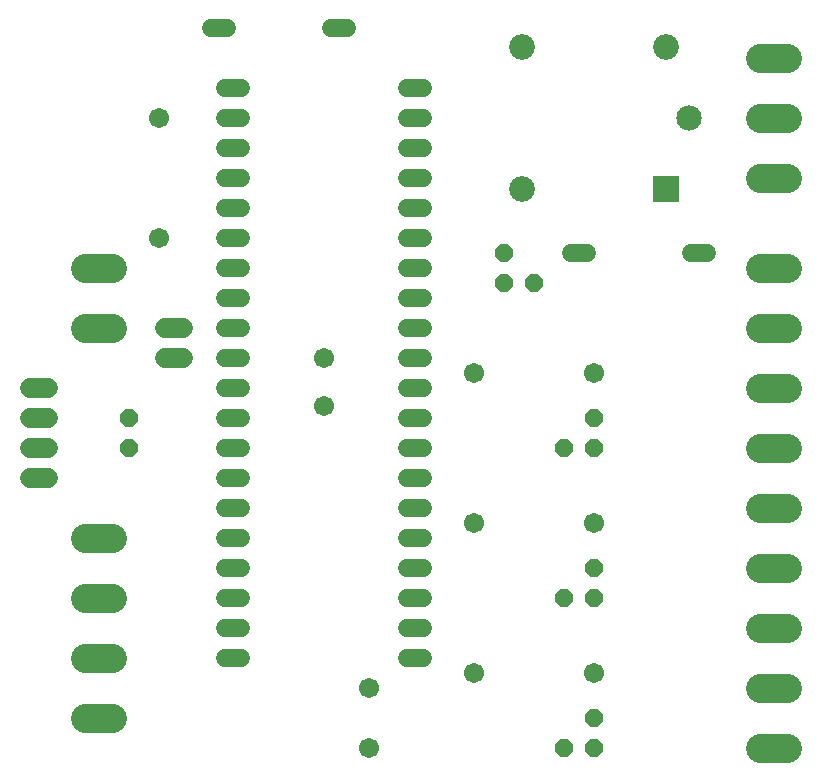
<source format=gbr>
G04 EAGLE Gerber RS-274X export*
G75*
%MOMM*%
%FSLAX34Y34*%
%LPD*%
%INSoldermask Bottom*%
%IPPOS*%
%AMOC8*
5,1,8,0,0,1.08239X$1,22.5*%
G01*
%ADD10C,1.561200*%
%ADD11C,2.489200*%
%ADD12C,1.727200*%
%ADD13R,2.183200X2.183200*%
%ADD14C,2.138200*%
%ADD15C,2.183200*%
%ADD16C,1.524000*%
%ADD17P,1.649562X8X292.500000*%
%ADD18P,1.649562X8X22.500000*%
%ADD19P,1.649562X8X112.500000*%
%ADD20C,1.703200*%


D10*
X220835Y609600D02*
X234415Y609600D01*
X234415Y584200D02*
X220835Y584200D01*
X220835Y558800D02*
X234415Y558800D01*
X234415Y533400D02*
X220835Y533400D01*
X220835Y508000D02*
X234415Y508000D01*
X234415Y482600D02*
X220835Y482600D01*
X220835Y457200D02*
X234415Y457200D01*
X234415Y431800D02*
X220835Y431800D01*
X220835Y406400D02*
X234415Y406400D01*
X234415Y381000D02*
X220835Y381000D01*
X220835Y355600D02*
X234415Y355600D01*
X234415Y330200D02*
X220835Y330200D01*
X220835Y304800D02*
X234415Y304800D01*
X234415Y279400D02*
X220835Y279400D01*
X220835Y254000D02*
X234415Y254000D01*
X234415Y228600D02*
X220835Y228600D01*
X220835Y203200D02*
X234415Y203200D01*
X234415Y177800D02*
X220835Y177800D01*
X220835Y152400D02*
X234415Y152400D01*
X234415Y127000D02*
X220835Y127000D01*
X375185Y127000D02*
X388765Y127000D01*
X388765Y152400D02*
X375185Y152400D01*
X375185Y177800D02*
X388765Y177800D01*
X388765Y203200D02*
X375185Y203200D01*
X375185Y228600D02*
X388765Y228600D01*
X388765Y254000D02*
X375185Y254000D01*
X375185Y279400D02*
X388765Y279400D01*
X388765Y304800D02*
X375185Y304800D01*
X375185Y330200D02*
X388765Y330200D01*
X388765Y355600D02*
X375185Y355600D01*
X375185Y381000D02*
X388765Y381000D01*
X388765Y406400D02*
X375185Y406400D01*
X375185Y431800D02*
X388765Y431800D01*
X388765Y457200D02*
X375185Y457200D01*
X375185Y482600D02*
X388765Y482600D01*
X388765Y508000D02*
X375185Y508000D01*
X375185Y533400D02*
X388765Y533400D01*
X388765Y558800D02*
X375185Y558800D01*
X375185Y584200D02*
X388765Y584200D01*
X388765Y609600D02*
X375185Y609600D01*
D11*
X674370Y457200D02*
X697230Y457200D01*
X697230Y406400D02*
X674370Y406400D01*
X674370Y355600D02*
X697230Y355600D01*
X697230Y635000D02*
X674370Y635000D01*
X674370Y584200D02*
X697230Y584200D01*
X697230Y533400D02*
X674370Y533400D01*
X125730Y76200D02*
X102870Y76200D01*
X102870Y127000D02*
X125730Y127000D01*
X125730Y177800D02*
X102870Y177800D01*
X102870Y228600D02*
X125730Y228600D01*
D12*
X71120Y355600D02*
X55880Y355600D01*
X55880Y330200D02*
X71120Y330200D01*
X71120Y304800D02*
X55880Y304800D01*
X55880Y279400D02*
X71120Y279400D01*
D13*
X594400Y524200D03*
D14*
X614400Y584200D03*
D15*
X594400Y644200D03*
X472400Y644200D03*
X472400Y524200D03*
D16*
X222504Y660400D02*
X209296Y660400D01*
X310896Y660400D02*
X324104Y660400D01*
X615696Y469900D02*
X628904Y469900D01*
X527304Y469900D02*
X514096Y469900D01*
D17*
X457200Y469900D03*
X457200Y444500D03*
X482600Y444500D03*
D18*
X508000Y304800D03*
X533400Y304800D03*
X533400Y330200D03*
D19*
X139700Y304800D03*
X139700Y330200D03*
D20*
X431800Y368300D03*
X533400Y368300D03*
D11*
X125730Y406400D02*
X102870Y406400D01*
X102870Y457200D02*
X125730Y457200D01*
D20*
X165100Y584200D03*
X165100Y482600D03*
D11*
X674370Y152400D02*
X697230Y152400D01*
X697230Y101600D02*
X674370Y101600D01*
X674370Y50800D02*
X697230Y50800D01*
D18*
X508000Y50800D03*
X533400Y50800D03*
X533400Y76200D03*
D20*
X431800Y114300D03*
X533400Y114300D03*
D11*
X674370Y304800D02*
X697230Y304800D01*
X697230Y254000D02*
X674370Y254000D01*
X674370Y203200D02*
X697230Y203200D01*
D18*
X508000Y177800D03*
X533400Y177800D03*
X533400Y203200D03*
D20*
X431800Y241300D03*
X533400Y241300D03*
D12*
X185420Y406400D02*
X170180Y406400D01*
X170180Y381000D02*
X185420Y381000D01*
D20*
X342900Y50800D03*
X342900Y101600D03*
X304800Y340480D03*
X304800Y381000D03*
M02*

</source>
